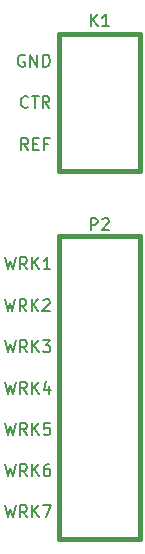
<source format=gto>
G04 (created by PCBNEW (2013-jul-07)-stable) date Thu 17 Jan 2019 05:03:46 PM PST*
%MOIN*%
G04 Gerber Fmt 3.4, Leading zero omitted, Abs format*
%FSLAX34Y34*%
G01*
G70*
G90*
G04 APERTURE LIST*
%ADD10C,0.00590551*%
%ADD11C,0.008*%
%ADD12C,0.015*%
G04 APERTURE END LIST*
G54D10*
G54D11*
X25857Y-37436D02*
X25952Y-37836D01*
X26028Y-37551D01*
X26104Y-37836D01*
X26200Y-37436D01*
X26580Y-37836D02*
X26447Y-37646D01*
X26352Y-37836D02*
X26352Y-37436D01*
X26504Y-37436D01*
X26542Y-37455D01*
X26561Y-37475D01*
X26580Y-37513D01*
X26580Y-37570D01*
X26561Y-37608D01*
X26542Y-37627D01*
X26504Y-37646D01*
X26352Y-37646D01*
X26752Y-37836D02*
X26752Y-37436D01*
X26980Y-37836D02*
X26809Y-37608D01*
X26980Y-37436D02*
X26752Y-37665D01*
X27114Y-37436D02*
X27380Y-37436D01*
X27209Y-37836D01*
X25857Y-36061D02*
X25952Y-36461D01*
X26028Y-36176D01*
X26104Y-36461D01*
X26200Y-36061D01*
X26580Y-36461D02*
X26447Y-36271D01*
X26352Y-36461D02*
X26352Y-36061D01*
X26504Y-36061D01*
X26542Y-36080D01*
X26561Y-36100D01*
X26580Y-36138D01*
X26580Y-36195D01*
X26561Y-36233D01*
X26542Y-36252D01*
X26504Y-36271D01*
X26352Y-36271D01*
X26752Y-36461D02*
X26752Y-36061D01*
X26980Y-36461D02*
X26809Y-36233D01*
X26980Y-36061D02*
X26752Y-36290D01*
X27323Y-36061D02*
X27247Y-36061D01*
X27209Y-36080D01*
X27190Y-36100D01*
X27152Y-36157D01*
X27133Y-36233D01*
X27133Y-36385D01*
X27152Y-36423D01*
X27171Y-36442D01*
X27209Y-36461D01*
X27285Y-36461D01*
X27323Y-36442D01*
X27342Y-36423D01*
X27361Y-36385D01*
X27361Y-36290D01*
X27342Y-36252D01*
X27323Y-36233D01*
X27285Y-36214D01*
X27209Y-36214D01*
X27171Y-36233D01*
X27152Y-36252D01*
X27133Y-36290D01*
X25857Y-34686D02*
X25952Y-35086D01*
X26028Y-34801D01*
X26104Y-35086D01*
X26200Y-34686D01*
X26580Y-35086D02*
X26447Y-34896D01*
X26352Y-35086D02*
X26352Y-34686D01*
X26504Y-34686D01*
X26542Y-34705D01*
X26561Y-34725D01*
X26580Y-34763D01*
X26580Y-34820D01*
X26561Y-34858D01*
X26542Y-34877D01*
X26504Y-34896D01*
X26352Y-34896D01*
X26752Y-35086D02*
X26752Y-34686D01*
X26980Y-35086D02*
X26809Y-34858D01*
X26980Y-34686D02*
X26752Y-34915D01*
X27342Y-34686D02*
X27152Y-34686D01*
X27133Y-34877D01*
X27152Y-34858D01*
X27190Y-34839D01*
X27285Y-34839D01*
X27323Y-34858D01*
X27342Y-34877D01*
X27361Y-34915D01*
X27361Y-35010D01*
X27342Y-35048D01*
X27323Y-35067D01*
X27285Y-35086D01*
X27190Y-35086D01*
X27152Y-35067D01*
X27133Y-35048D01*
X25857Y-33311D02*
X25952Y-33711D01*
X26028Y-33426D01*
X26104Y-33711D01*
X26200Y-33311D01*
X26580Y-33711D02*
X26447Y-33521D01*
X26352Y-33711D02*
X26352Y-33311D01*
X26504Y-33311D01*
X26542Y-33330D01*
X26561Y-33350D01*
X26580Y-33388D01*
X26580Y-33445D01*
X26561Y-33483D01*
X26542Y-33502D01*
X26504Y-33521D01*
X26352Y-33521D01*
X26752Y-33711D02*
X26752Y-33311D01*
X26980Y-33711D02*
X26809Y-33483D01*
X26980Y-33311D02*
X26752Y-33540D01*
X27323Y-33445D02*
X27323Y-33711D01*
X27228Y-33292D02*
X27133Y-33578D01*
X27380Y-33578D01*
X25857Y-31936D02*
X25952Y-32336D01*
X26028Y-32051D01*
X26104Y-32336D01*
X26200Y-31936D01*
X26580Y-32336D02*
X26447Y-32146D01*
X26352Y-32336D02*
X26352Y-31936D01*
X26504Y-31936D01*
X26542Y-31955D01*
X26561Y-31975D01*
X26580Y-32013D01*
X26580Y-32070D01*
X26561Y-32108D01*
X26542Y-32127D01*
X26504Y-32146D01*
X26352Y-32146D01*
X26752Y-32336D02*
X26752Y-31936D01*
X26980Y-32336D02*
X26809Y-32108D01*
X26980Y-31936D02*
X26752Y-32165D01*
X27114Y-31936D02*
X27361Y-31936D01*
X27228Y-32089D01*
X27285Y-32089D01*
X27323Y-32108D01*
X27342Y-32127D01*
X27361Y-32165D01*
X27361Y-32260D01*
X27342Y-32298D01*
X27323Y-32317D01*
X27285Y-32336D01*
X27171Y-32336D01*
X27133Y-32317D01*
X27114Y-32298D01*
X25838Y-30561D02*
X25933Y-30961D01*
X26009Y-30676D01*
X26085Y-30961D01*
X26180Y-30561D01*
X26561Y-30961D02*
X26428Y-30771D01*
X26333Y-30961D02*
X26333Y-30561D01*
X26485Y-30561D01*
X26523Y-30580D01*
X26542Y-30600D01*
X26561Y-30638D01*
X26561Y-30695D01*
X26542Y-30733D01*
X26523Y-30752D01*
X26485Y-30771D01*
X26333Y-30771D01*
X26733Y-30961D02*
X26733Y-30561D01*
X26961Y-30961D02*
X26790Y-30733D01*
X26961Y-30561D02*
X26733Y-30790D01*
X27114Y-30600D02*
X27133Y-30580D01*
X27171Y-30561D01*
X27266Y-30561D01*
X27304Y-30580D01*
X27323Y-30600D01*
X27342Y-30638D01*
X27342Y-30676D01*
X27323Y-30733D01*
X27095Y-30961D01*
X27342Y-30961D01*
X25857Y-29161D02*
X25952Y-29561D01*
X26028Y-29276D01*
X26104Y-29561D01*
X26200Y-29161D01*
X26580Y-29561D02*
X26447Y-29371D01*
X26352Y-29561D02*
X26352Y-29161D01*
X26504Y-29161D01*
X26542Y-29180D01*
X26561Y-29200D01*
X26580Y-29238D01*
X26580Y-29295D01*
X26561Y-29333D01*
X26542Y-29352D01*
X26504Y-29371D01*
X26352Y-29371D01*
X26752Y-29561D02*
X26752Y-29161D01*
X26980Y-29561D02*
X26809Y-29333D01*
X26980Y-29161D02*
X26752Y-29390D01*
X27361Y-29561D02*
X27133Y-29561D01*
X27247Y-29561D02*
X27247Y-29161D01*
X27209Y-29219D01*
X27171Y-29257D01*
X27133Y-29276D01*
X26623Y-25586D02*
X26490Y-25396D01*
X26395Y-25586D02*
X26395Y-25186D01*
X26547Y-25186D01*
X26585Y-25205D01*
X26604Y-25225D01*
X26623Y-25263D01*
X26623Y-25320D01*
X26604Y-25358D01*
X26585Y-25377D01*
X26547Y-25396D01*
X26395Y-25396D01*
X26795Y-25377D02*
X26928Y-25377D01*
X26985Y-25586D02*
X26795Y-25586D01*
X26795Y-25186D01*
X26985Y-25186D01*
X27290Y-25377D02*
X27157Y-25377D01*
X27157Y-25586D02*
X27157Y-25186D01*
X27347Y-25186D01*
X26623Y-24148D02*
X26604Y-24167D01*
X26547Y-24186D01*
X26509Y-24186D01*
X26452Y-24167D01*
X26414Y-24129D01*
X26395Y-24091D01*
X26376Y-24015D01*
X26376Y-23958D01*
X26395Y-23882D01*
X26414Y-23844D01*
X26452Y-23805D01*
X26509Y-23786D01*
X26547Y-23786D01*
X26604Y-23805D01*
X26623Y-23825D01*
X26738Y-23786D02*
X26966Y-23786D01*
X26852Y-24186D02*
X26852Y-23786D01*
X27328Y-24186D02*
X27195Y-23996D01*
X27100Y-24186D02*
X27100Y-23786D01*
X27252Y-23786D01*
X27290Y-23805D01*
X27309Y-23825D01*
X27328Y-23863D01*
X27328Y-23920D01*
X27309Y-23958D01*
X27290Y-23977D01*
X27252Y-23996D01*
X27100Y-23996D01*
X26504Y-22430D02*
X26466Y-22411D01*
X26409Y-22411D01*
X26352Y-22430D01*
X26314Y-22469D01*
X26295Y-22507D01*
X26276Y-22583D01*
X26276Y-22640D01*
X26295Y-22716D01*
X26314Y-22754D01*
X26352Y-22792D01*
X26409Y-22811D01*
X26447Y-22811D01*
X26504Y-22792D01*
X26523Y-22773D01*
X26523Y-22640D01*
X26447Y-22640D01*
X26695Y-22811D02*
X26695Y-22411D01*
X26923Y-22811D01*
X26923Y-22411D01*
X27114Y-22811D02*
X27114Y-22411D01*
X27209Y-22411D01*
X27266Y-22430D01*
X27304Y-22469D01*
X27323Y-22507D01*
X27342Y-22583D01*
X27342Y-22640D01*
X27323Y-22716D01*
X27304Y-22754D01*
X27266Y-22792D01*
X27209Y-22811D01*
X27114Y-22811D01*
G54D12*
X30338Y-33500D02*
X30338Y-28460D01*
X30338Y-28460D02*
X27661Y-28460D01*
X27661Y-28460D02*
X27661Y-38539D01*
X27661Y-38539D02*
X30338Y-38539D01*
X30338Y-38539D02*
X30338Y-33500D01*
X30339Y-21717D02*
X27661Y-21717D01*
X27661Y-21717D02*
X27661Y-26283D01*
X27661Y-26283D02*
X30339Y-26283D01*
X30339Y-26283D02*
X30339Y-21717D01*
G54D11*
X28704Y-28261D02*
X28704Y-27861D01*
X28857Y-27861D01*
X28895Y-27880D01*
X28914Y-27900D01*
X28933Y-27938D01*
X28933Y-27995D01*
X28914Y-28033D01*
X28895Y-28052D01*
X28857Y-28071D01*
X28704Y-28071D01*
X29085Y-27900D02*
X29104Y-27880D01*
X29142Y-27861D01*
X29238Y-27861D01*
X29276Y-27880D01*
X29295Y-27900D01*
X29314Y-27938D01*
X29314Y-27976D01*
X29295Y-28033D01*
X29066Y-28261D01*
X29314Y-28261D01*
X28704Y-21461D02*
X28704Y-21061D01*
X28933Y-21461D02*
X28761Y-21233D01*
X28933Y-21061D02*
X28704Y-21290D01*
X29314Y-21461D02*
X29085Y-21461D01*
X29200Y-21461D02*
X29200Y-21061D01*
X29161Y-21119D01*
X29123Y-21157D01*
X29085Y-21176D01*
M02*

</source>
